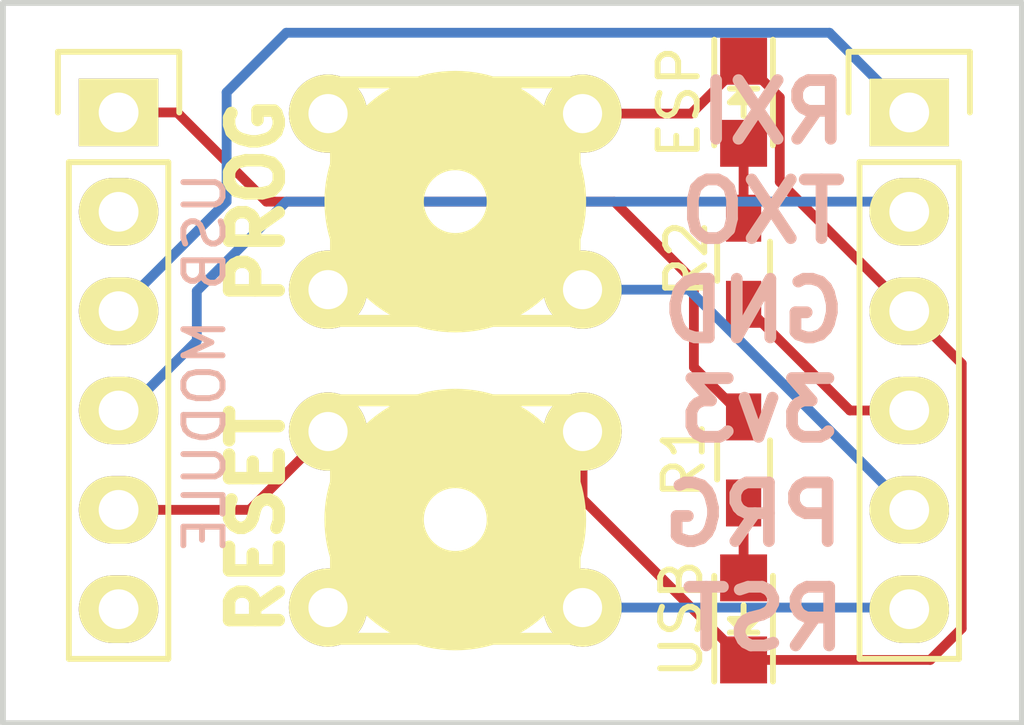
<source format=kicad_pcb>

(kicad_pcb
  (version 20171130)
  (host pcbnew "(5.1.12)-1")
  (general
    (thickness 1.6)
    (drawings 10)
    (tracks 42)
    (zones 0)
    (modules 8)
    (nets 12))
  (page A4)
  (layers
    (0 F.Cu signal)
    (31 B.Cu signal)
    (32 B.Adhes user hide)
    (33 F.Adhes user hide)
    (34 B.Paste user hide)
    (35 F.Paste user hide)
    (36 B.SilkS user hide)
    (37 F.SilkS user hide)
    (38 B.Mask user hide)
    (39 F.Mask user hide)
    (40 Dwgs.User user hide)
    (41 Cmts.User user hide)
    (42 Eco1.User user hide)
    (43 Eco2.User user hide)
    (44 Edge.Cuts user)
    (45 Margin user hide)
    (46 B.CrtYd user hide)
    (47 F.CrtYd user hide)
    (48 B.Fab user hide)
    (49 F.Fab user hide))
  (setup
    (last_trace_width 0.25)
    (trace_clearance 0.2)
    (zone_clearance 0.508)
    (zone_45_only no)
    (trace_min 0.2)
    (via_size 0.6)
    (via_drill 0.4)
    (via_min_size 0.4)
    (via_min_drill 0.3)
    (uvia_size 0.3)
    (uvia_drill 0.1)
    (uvias_allowed no)
    (uvia_min_size 0.2)
    (uvia_min_drill 0.1)
    (edge_width 0.15)
    (segment_width 0.2)
    (pcb_text_width 0.3)
    (pcb_text_size 1.5 1.5)
    (mod_edge_width 0.15)
    (mod_text_size 1 1)
    (mod_text_width 0.15)
    (pad_size 1.99898 1.99898)
    (pad_drill 1.00076)
    (pad_to_mask_clearance 0.2)
    (aux_axis_origin 0 0)
    (visible_elements 7FFFFFFF)
    (pcbplotparams
      (layerselection 0x010f0_80000001)
      (usegerberextensions true)
      (usegerberattributes true)
      (usegerberadvancedattributes true)
      (creategerberjobfile true)
      (excludeedgelayer true)
      (linewidth 0.1)
      (plotframeref false)
      (viasonmask false)
      (mode 1)
      (useauxorigin false)
      (hpglpennumber 1)
      (hpglpenspeed 20)
      (hpglpendiameter 15.0)
      (psnegative false)
      (psa4output false)
      (plotreference true)
      (plotvalue true)
      (plotinvisibletext false)
      (padsonsilk false)
      (subtractmaskfromsilk false)
      (outputformat 1)
      (mirror false)
      (drillshape 0)
      (scaleselection 1)
      (outputdirectory "")))
  (net 0 "")
  (net 1 "Net-(P1-Pad2)")
  (net 2 RXI)
  (net 3 TXO)
  (net 4 GND)
  (net 5 +5V)
  (net 6 "Net-(P2-Pad4)")
  (net 7 "Net-(P2-Pad6)")
  (net 8 "Net-(P2-Pad5)")
  (net 9 "Net-(D1-Pad2)")
  (net 10 "Net-(D2-Pad2)")
  (net 11 "Net-(P1-Pad1)")
  (net_class Default "This is the default net class."
    (clearance 0.2)
    (trace_width 0.25)
    (via_dia 0.6)
    (via_drill 0.4)
    (uvia_dia 0.3)
    (uvia_drill 0.1)
    (add_net +5V)
    (add_net GND)
    (add_net "Net-(D1-Pad2)")
    (add_net "Net-(D2-Pad2)")
    (add_net "Net-(P1-Pad1)")
    (add_net "Net-(P1-Pad2)")
    (add_net "Net-(P2-Pad4)")
    (add_net "Net-(P2-Pad5)")
    (add_net "Net-(P2-Pad6)")
    (add_net RXI)
    (add_net TXO))
  (module Pin_Headers:Pin_Header_Straight_1x06
    (layer F.Cu)
    (tedit 56399080)
    (tstamp 56397AF1)
    (at 134.4 40.9)
    (descr "Through hole pin header")
    (tags "pin header")
    (path /56224B75)
    (fp_text reference "USB MODULE"
      (at 2.2 6.4 90)
      (layer B.SilkS)
      (effects
        (font
          (size 1 1)
          (thickness 0.15))
        (justify mirror)))
    (fp_text value CONN_01X06
      (at 0 -3.1)
      (layer F.Fab)
      (effects
        (font
          (size 1 1)
          (thickness 0.15))))
    (fp_line
      (start -1.75 -1.75)
      (end -1.75 14.45)
      (layer F.CrtYd)
      (width 0.05))
    (fp_line
      (start 1.75 -1.75)
      (end 1.75 14.45)
      (layer F.CrtYd)
      (width 0.05))
    (fp_line
      (start -1.75 -1.75)
      (end 1.75 -1.75)
      (layer F.CrtYd)
      (width 0.05))
    (fp_line
      (start -1.75 14.45)
      (end 1.75 14.45)
      (layer F.CrtYd)
      (width 0.05))
    (fp_line
      (start 1.27 1.27)
      (end 1.27 13.97)
      (layer F.SilkS)
      (width 0.15))
    (fp_line
      (start 1.27 13.97)
      (end -1.27 13.97)
      (layer F.SilkS)
      (width 0.15))
    (fp_line
      (start -1.27 13.97)
      (end -1.27 1.27)
      (layer F.SilkS)
      (width 0.15))
    (fp_line
      (start 1.55 -1.55)
      (end 1.55 0)
      (layer F.SilkS)
      (width 0.15))
    (fp_line
      (start 1.27 1.27)
      (end -1.27 1.27)
      (layer F.SilkS)
      (width 0.15))
    (fp_line
      (start -1.55 0)
      (end -1.55 -1.55)
      (layer F.SilkS)
      (width 0.15))
    (fp_line
      (start -1.55 -1.55)
      (end 1.55 -1.55)
      (layer F.SilkS)
      (width 0.15))
    (pad 1 thru_hole rect
      (at 0 0)
      (size 2.032 1.7272)
      (drill 1.016)
      (layers *.Cu *.Mask F.SilkS)
      (net 11 "Net-(P1-Pad1)"))
    (pad 2 thru_hole oval
      (at 0 2.54)
      (size 2.032 1.7272)
      (drill 1.016)
      (layers *.Cu *.Mask F.SilkS)
      (net 1 "Net-(P1-Pad2)"))
    (pad 3 thru_hole oval
      (at 0 5.08)
      (size 2.032 1.7272)
      (drill 1.016)
      (layers *.Cu *.Mask F.SilkS)
      (net 2 RXI))
    (pad 4 thru_hole oval
      (at 0 7.62)
      (size 2.032 1.7272)
      (drill 1.016)
      (layers *.Cu *.Mask F.SilkS)
      (net 3 TXO))
    (pad 5 thru_hole oval
      (at 0 10.16)
      (size 2.032 1.7272)
      (drill 1.016)
      (layers *.Cu *.Mask F.SilkS)
      (net 4 GND))
    (pad 6 thru_hole oval
      (at 0 12.7)
      (size 2.032 1.7272)
      (drill 1.016)
      (layers *.Cu *.Mask F.SilkS)
      (net 5 +5V))
    (model Pin_Headers.3dshapes/Pin_Header_Straight_1x06.wrl
      (offset
        (xyz 0 -6.349999904632568 0))
      (scale
        (xyz 1 1 1))
      (rotate
        (xyz 0 0 90))))
  (module Pin_Headers:Pin_Header_Straight_1x06
    (layer F.Cu)
    (tedit 56397EAF)
    (tstamp 56397B06)
    (at 154.6 40.9)
    (descr "Through hole pin header")
    (tags "pin header")
    (path /56224BAA)
    (fp_text reference P2
      (at 0 -5.1)
      (layer F.SilkS) hide
      (effects
        (font
          (size 1 1)
          (thickness 0.15))))
    (fp_text value CONN_01X06
      (at 0 -3.1)
      (layer F.Fab)
      (effects
        (font
          (size 1 1)
          (thickness 0.15))))
    (fp_line
      (start -1.75 -1.75)
      (end -1.75 14.45)
      (layer F.CrtYd)
      (width 0.05))
    (fp_line
      (start 1.75 -1.75)
      (end 1.75 14.45)
      (layer F.CrtYd)
      (width 0.05))
    (fp_line
      (start -1.75 -1.75)
      (end 1.75 -1.75)
      (layer F.CrtYd)
      (width 0.05))
    (fp_line
      (start -1.75 14.45)
      (end 1.75 14.45)
      (layer F.CrtYd)
      (width 0.05))
    (fp_line
      (start 1.27 1.27)
      (end 1.27 13.97)
      (layer F.SilkS)
      (width 0.15))
    (fp_line
      (start 1.27 13.97)
      (end -1.27 13.97)
      (layer F.SilkS)
      (width 0.15))
    (fp_line
      (start -1.27 13.97)
      (end -1.27 1.27)
      (layer F.SilkS)
      (width 0.15))
    (fp_line
      (start 1.55 -1.55)
      (end 1.55 0)
      (layer F.SilkS)
      (width 0.15))
    (fp_line
      (start 1.27 1.27)
      (end -1.27 1.27)
      (layer F.SilkS)
      (width 0.15))
    (fp_line
      (start -1.55 0)
      (end -1.55 -1.55)
      (layer F.SilkS)
      (width 0.15))
    (fp_line
      (start -1.55 -1.55)
      (end 1.55 -1.55)
      (layer F.SilkS)
      (width 0.15))
    (pad 1 thru_hole rect
      (at 0 0)
      (size 2.032 1.7272)
      (drill 1.016)
      (layers *.Cu *.Mask F.SilkS)
      (net 2 RXI))
    (pad 2 thru_hole oval
      (at 0 2.54)
      (size 2.032 1.7272)
      (drill 1.016)
      (layers *.Cu *.Mask F.SilkS)
      (net 3 TXO))
    (pad 3 thru_hole oval
      (at 0 5.08)
      (size 2.032 1.7272)
      (drill 1.016)
      (layers *.Cu *.Mask F.SilkS)
      (net 4 GND))
    (pad 4 thru_hole oval
      (at 0 7.62)
      (size 2.032 1.7272)
      (drill 1.016)
      (layers *.Cu *.Mask F.SilkS)
      (net 6 "Net-(P2-Pad4)"))
    (pad 5 thru_hole oval
      (at 0 10.16)
      (size 2.032 1.7272)
      (drill 1.016)
      (layers *.Cu *.Mask F.SilkS)
      (net 8 "Net-(P2-Pad5)"))
    (pad 6 thru_hole oval
      (at 0 12.7)
      (size 2.032 1.7272)
      (drill 1.016)
      (layers *.Cu *.Mask F.SilkS)
      (net 7 "Net-(P2-Pad6)"))
    (model Pin_Headers.3dshapes/Pin_Header_Straight_1x06.wrl
      (offset
        (xyz 0 -6.349999904632568 0))
      (scale
        (xyz 1 1 1))
      (rotate
        (xyz 0 0 90))))
  (module w_switch:PCB_PUSH
    (layer F.Cu)
    (tedit 5639854C)
    (tstamp 56397B20)
    (at 143.002 51.308 90)
    (descr "PCB pushbutton, Tyco FSM6x6 series")
    (tags pushbutton)
    (path /56224D83)
    (fp_text reference RESET
      (at 0 -5.08 90)
      (layer F.SilkS)
      (effects
        (font
          (size 1.27 1.27)
          (thickness 0.3175))))
    (fp_text value SW_PUSH
      (at 0 5.588 90)
      (layer F.SilkS) hide
      (effects
        (font
          (size 1.27 1.27)
          (thickness 0.254))))
    (fp_line
      (start -3.048 -3.048)
      (end 3.048 -3.048)
      (layer F.SilkS)
      (width 0.3048))
    (fp_line
      (start 3.048 -3.048)
      (end 3.048 3.048)
      (layer F.SilkS)
      (width 0.3048))
    (fp_line
      (start 3.048 3.048)
      (end -3.048 3.048)
      (layer F.SilkS)
      (width 0.3048))
    (fp_line
      (start -3.048 3.048)
      (end -3.048 -3.048)
      (layer F.SilkS)
      (width 0.3048))
    (fp_circle
      (center 0 0)
      (end -0.762 0.254)
      (layer F.SilkS)
      (width 2.54))
    (pad 1 thru_hole circle
      (at -2.25044 -3.2512 90)
      (size 1.99898 1.99898)
      (drill 1.00076)
      (layers *.Cu *.Mask F.SilkS))
    (pad 2 thru_hole circle
      (at 2.25044 3.2512 90)
      (size 1.99898 1.99898)
      (drill 1.00076)
      (layers *.Cu *.Mask F.SilkS)
      (net 4 GND))
    (pad 4 thru_hole circle
      (at 2.25044 -3.2512 90)
      (size 1.99898 1.99898)
      (drill 1.00076)
      (layers *.Cu *.Mask F.SilkS)
      (net 4 GND))
    (pad 3 thru_hole circle
      (at -2.25044 3.2512 90)
      (size 1.99898 1.99898)
      (drill 1.00076)
      (layers *.Cu *.Mask F.SilkS)
      (net 7 "Net-(P2-Pad6)"))
    (model walter/switch/pcb_push.wrl
      (at
        (xyz 0 0 0))
      (scale
        (xyz 1 1 1))
      (rotate
        (xyz 0 0 0))))
  (module w_switch:PCB_PUSH
    (layer F.Cu)
    (tedit 56398543)
    (tstamp 56397B13)
    (at 143.002 43.18 90)
    (descr "PCB pushbutton, Tyco FSM6x6 series")
    (tags pushbutton)
    (path /56224D59)
    (fp_text reference PROG
      (at 0 -5.08 90)
      (layer F.SilkS)
      (effects
        (font
          (size 1.27 1.27)
          (thickness 0.3175))))
    (fp_text value SW_PUSH
      (at 0 5.588 90)
      (layer F.SilkS) hide
      (effects
        (font
          (size 1.27 1.27)
          (thickness 0.254))))
    (fp_line
      (start -3.048 -3.048)
      (end 3.048 -3.048)
      (layer F.SilkS)
      (width 0.3048))
    (fp_line
      (start 3.048 -3.048)
      (end 3.048 3.048)
      (layer F.SilkS)
      (width 0.3048))
    (fp_line
      (start 3.048 3.048)
      (end -3.048 3.048)
      (layer F.SilkS)
      (width 0.3048))
    (fp_line
      (start -3.048 3.048)
      (end -3.048 -3.048)
      (layer F.SilkS)
      (width 0.3048))
    (fp_circle
      (center 0 0)
      (end -0.762 0.254)
      (layer F.SilkS)
      (width 2.54))
    (pad 1 thru_hole circle
      (at -2.25044 -3.2512 90)
      (size 1.99898 1.99898)
      (drill 1.00076)
      (layers *.Cu *.Mask F.SilkS))
    (pad 2 thru_hole circle
      (at 2.25044 3.2512 90)
      (size 1.99898 1.99898)
      (drill 1.00076)
      (layers *.Cu *.Mask F.SilkS)
      (net 4 GND))
    (pad 4 thru_hole circle
      (at 2.25044 -3.2512 90)
      (size 1.99898 1.99898)
      (drill 1.00076)
      (layers *.Cu *.Mask F.SilkS)
      (net 4 GND))
    (pad 3 thru_hole circle
      (at -2.25044 3.2512 90)
      (size 1.99898 1.99898)
      (drill 1.00076)
      (layers *.Cu *.Mask F.SilkS)
      (net 8 "Net-(P2-Pad5)"))
    (model walter/switch/pcb_push.wrl
      (at
        (xyz 0 0 0))
      (scale
        (xyz 1 1 1))
      (rotate
        (xyz 0 0 0))))
  (module LEDs:LED-0805
    (layer F.Cu)
    (tedit 563986C7)
    (tstamp 563D2C96)
    (at 150.368 53.848 90)
    (descr "LED 0805 smd package")
    (tags "LED 0805 SMD")
    (path /563980D8)
    (attr smd)
    (fp_text reference USB
      (at 0 -1.5875 90)
      (layer F.SilkS)
      (effects
        (font
          (size 1 1)
          (thickness 0.15))))
    (fp_text value USB
      (at 0 1.75 90)
      (layer F.Fab)
      (effects
        (font
          (size 1 1)
          (thickness 0.15))))
    (fp_line
      (start -1.6 0.75)
      (end 1.1 0.75)
      (layer F.SilkS)
      (width 0.15))
    (fp_line
      (start -1.6 -0.75)
      (end 1.1 -0.75)
      (layer F.SilkS)
      (width 0.15))
    (fp_line
      (start -0.1 0.15)
      (end -0.1 -0.1)
      (layer F.SilkS)
      (width 0.15))
    (fp_line
      (start -0.1 -0.1)
      (end -0.25 0.05)
      (layer F.SilkS)
      (width 0.15))
    (fp_line
      (start -0.35 -0.35)
      (end -0.35 0.35)
      (layer F.SilkS)
      (width 0.15))
    (fp_line
      (start 0 0)
      (end 0.35 0)
      (layer F.SilkS)
      (width 0.15))
    (fp_line
      (start -0.35 0)
      (end 0 -0.35)
      (layer F.SilkS)
      (width 0.15))
    (fp_line
      (start 0 -0.35)
      (end 0 0.35)
      (layer F.SilkS)
      (width 0.15))
    (fp_line
      (start 0 0.35)
      (end -0.35 0)
      (layer F.SilkS)
      (width 0.15))
    (fp_line
      (start 1.9 -0.95)
      (end 1.9 0.95)
      (layer F.CrtYd)
      (width 0.05))
    (fp_line
      (start 1.9 0.95)
      (end -1.9 0.95)
      (layer F.CrtYd)
      (width 0.05))
    (fp_line
      (start -1.9 0.95)
      (end -1.9 -0.95)
      (layer F.CrtYd)
      (width 0.05))
    (fp_line
      (start -1.9 -0.95)
      (end 1.9 -0.95)
      (layer F.CrtYd)
      (width 0.05))
    (pad 2 smd rect
      (at 1.04902 0 270)
      (size 1.19888 1.19888)
      (layers F.Cu F.Paste F.Mask)
      (net 9 "Net-(D1-Pad2)"))
    (pad 1 smd rect
      (at -1.04902 0 270)
      (size 1.19888 1.19888)
      (layers F.Cu F.Paste F.Mask)
      (net 4 GND))
    (model LEDs.3dshapes/LED-0805.wrl
      (at
        (xyz 0 0 0))
      (scale
        (xyz 1 1 1))
      (rotate
        (xyz 0 0 0))))
  (module LEDs:LED-0805
    (layer F.Cu)
    (tedit 563986CF)
    (tstamp 563D2CA9)
    (at 150.368 40.64 270)
    (descr "LED 0805 smd package")
    (tags "LED 0805 SMD")
    (path /56398144)
    (attr smd)
    (fp_text reference ESP
      (at 0 1.651 270)
      (layer F.SilkS)
      (effects
        (font
          (size 1 1)
          (thickness 0.15))))
    (fp_text value ESP
      (at 0 1.75 270)
      (layer F.Fab)
      (effects
        (font
          (size 1 1)
          (thickness 0.15))))
    (fp_line
      (start -1.6 0.75)
      (end 1.1 0.75)
      (layer F.SilkS)
      (width 0.15))
    (fp_line
      (start -1.6 -0.75)
      (end 1.1 -0.75)
      (layer F.SilkS)
      (width 0.15))
    (fp_line
      (start -0.1 0.15)
      (end -0.1 -0.1)
      (layer F.SilkS)
      (width 0.15))
    (fp_line
      (start -0.1 -0.1)
      (end -0.25 0.05)
      (layer F.SilkS)
      (width 0.15))
    (fp_line
      (start -0.35 -0.35)
      (end -0.35 0.35)
      (layer F.SilkS)
      (width 0.15))
    (fp_line
      (start 0 0)
      (end 0.35 0)
      (layer F.SilkS)
      (width 0.15))
    (fp_line
      (start -0.35 0)
      (end 0 -0.35)
      (layer F.SilkS)
      (width 0.15))
    (fp_line
      (start 0 -0.35)
      (end 0 0.35)
      (layer F.SilkS)
      (width 0.15))
    (fp_line
      (start 0 0.35)
      (end -0.35 0)
      (layer F.SilkS)
      (width 0.15))
    (fp_line
      (start 1.9 -0.95)
      (end 1.9 0.95)
      (layer F.CrtYd)
      (width 0.05))
    (fp_line
      (start 1.9 0.95)
      (end -1.9 0.95)
      (layer F.CrtYd)
      (width 0.05))
    (fp_line
      (start -1.9 0.95)
      (end -1.9 -0.95)
      (layer F.CrtYd)
      (width 0.05))
    (fp_line
      (start -1.9 -0.95)
      (end 1.9 -0.95)
      (layer F.CrtYd)
      (width 0.05))
    (pad 2 smd rect
      (at 1.04902 0 90)
      (size 1.19888 1.19888)
      (layers F.Cu F.Paste F.Mask)
      (net 10 "Net-(D2-Pad2)"))
    (pad 1 smd rect
      (at -1.04902 0 90)
      (size 1.19888 1.19888)
      (layers F.Cu F.Paste F.Mask)
      (net 4 GND))
    (model LEDs.3dshapes/LED-0805.wrl
      (at
        (xyz 0 0 0))
      (scale
        (xyz 1 1 1))
      (rotate
        (xyz 0 0 0))))
  (module Resistors_SMD:R_0603_HandSoldering
    (layer F.Cu)
    (tedit 563983F9)
    (tstamp 563D2CB5)
    (at 150.368 49.784 90)
    (descr "Resistor SMD 0603, hand soldering")
    (tags "resistor 0603")
    (path /56397FCC)
    (attr smd)
    (fp_text reference R1
      (at 0 -1.524 90)
      (layer F.SilkS)
      (effects
        (font
          (size 1 1)
          (thickness 0.15))))
    (fp_text value "100 ohm"
      (at 0 1.9 90)
      (layer F.Fab)
      (effects
        (font
          (size 1 1)
          (thickness 0.15))))
    (fp_line
      (start -2 -0.8)
      (end 2 -0.8)
      (layer F.CrtYd)
      (width 0.05))
    (fp_line
      (start -2 0.8)
      (end 2 0.8)
      (layer F.CrtYd)
      (width 0.05))
    (fp_line
      (start -2 -0.8)
      (end -2 0.8)
      (layer F.CrtYd)
      (width 0.05))
    (fp_line
      (start 2 -0.8)
      (end 2 0.8)
      (layer F.CrtYd)
      (width 0.05))
    (fp_line
      (start 0.5 0.675)
      (end -0.5 0.675)
      (layer F.SilkS)
      (width 0.15))
    (fp_line
      (start -0.5 -0.675)
      (end 0.5 -0.675)
      (layer F.SilkS)
      (width 0.15))
    (pad 1 smd rect
      (at -1.1 0 90)
      (size 1.2 0.9)
      (layers F.Cu F.Paste F.Mask)
      (net 9 "Net-(D1-Pad2)"))
    (pad 2 smd rect
      (at 1.1 0 90)
      (size 1.2 0.9)
      (layers F.Cu F.Paste F.Mask)
      (net 11 "Net-(P1-Pad1)"))
    (model Resistors_SMD.3dshapes/R_0603_HandSoldering.wrl
      (at
        (xyz 0 0 0))
      (scale
        (xyz 1 1 1))
      (rotate
        (xyz 0 0 0))))
  (module Resistors_SMD:R_0603_HandSoldering
    (layer F.Cu)
    (tedit 563983F7)
    (tstamp 563D2CC1)
    (at 150.368 44.704 270)
    (descr "Resistor SMD 0603, hand soldering")
    (tags "resistor 0603")
    (path /5639801C)
    (attr smd)
    (fp_text reference R2
      (at -0.0635 1.4605 270)
      (layer F.SilkS)
      (effects
        (font
          (size 1 1)
          (thickness 0.15))))
    (fp_text value "100 ohm"
      (at 0 1.9 270)
      (layer F.Fab)
      (effects
        (font
          (size 1 1)
          (thickness 0.15))))
    (fp_line
      (start -2 -0.8)
      (end 2 -0.8)
      (layer F.CrtYd)
      (width 0.05))
    (fp_line
      (start -2 0.8)
      (end 2 0.8)
      (layer F.CrtYd)
      (width 0.05))
    (fp_line
      (start -2 -0.8)
      (end -2 0.8)
      (layer F.CrtYd)
      (width 0.05))
    (fp_line
      (start 2 -0.8)
      (end 2 0.8)
      (layer F.CrtYd)
      (width 0.05))
    (fp_line
      (start 0.5 0.675)
      (end -0.5 0.675)
      (layer F.SilkS)
      (width 0.15))
    (fp_line
      (start -0.5 -0.675)
      (end 0.5 -0.675)
      (layer F.SilkS)
      (width 0.15))
    (pad 1 smd rect
      (at -1.1 0 270)
      (size 1.2 0.9)
      (layers F.Cu F.Paste F.Mask)
      (net 10 "Net-(D2-Pad2)"))
    (pad 2 smd rect
      (at 1.1 0 270)
      (size 1.2 0.9)
      (layers F.Cu F.Paste F.Mask)
      (net 6 "Net-(P2-Pad4)"))
    (model Resistors_SMD.3dshapes/R_0603_HandSoldering.wrl
      (at
        (xyz 0 0 0))
      (scale
        (xyz 1 1 1))
      (rotate
        (xyz 0 0 0))))
  (gr_line
    (start 131.445 56.515)
    (end 131.445 38.1)
    (angle 90)
    (layer Edge.Cuts)
    (width 0.15))
  (gr_line
    (start 157.48 56.515)
    (end 131.445 56.515)
    (angle 90)
    (layer Edge.Cuts)
    (width 0.15))
  (gr_line
    (start 157.48 38.1)
    (end 157.48 56.515)
    (angle 90)
    (layer Edge.Cuts)
    (width 0.15))
  (gr_line
    (start 131.445 38.1)
    (end 157.48 38.1)
    (angle 90)
    (layer Edge.Cuts)
    (width 0.15))
  (gr_text RST
    (at 150.876 53.848)
    (layer B.SilkS)
    (effects
      (font
        (size 1.5 1.5)
        (thickness 0.3))
      (justify mirror)))
  (gr_text 3v3
    (at 150.749 48.514)
    (layer B.SilkS)
    (effects
      (font
        (size 1.5 1.5)
        (thickness 0.3))
      (justify mirror)))
  (gr_text PRG
    (at 150.622 51.181)
    (layer B.SilkS)
    (effects
      (font
        (size 1.5 1.5)
        (thickness 0.3))
      (justify mirror)))
  (gr_text GND
    (at 150.622 45.974)
    (layer B.SilkS)
    (effects
      (font
        (size 1.5 1.5)
        (thickness 0.3))
      (justify mirror)))
  (gr_text TXO
    (at 148.59 43.434)
    (layer B.SilkS)
    (effects
      (font
        (size 1.5 1.5)
        (thickness 0.3))
      (justify right mirror)))
  (gr_text RXI
    (at 151.13 40.894)
    (layer B.SilkS)
    (effects
      (font
        (size 1.5 1.5)
        (thickness 0.3))
      (justify mirror)))
  (segment
    (start 134.4 45.98)
    (end 134.4 45.94)
    (width 0.25)
    (layer B.Cu)
    (net 2))
  (segment
    (start 134.4 45.94)
    (end 137.16 43.18)
    (width 0.25)
    (layer B.Cu)
    (net 2)
    (tstamp 563D30DD))
  (segment
    (start 137.16 43.18)
    (end 137.16 40.386)
    (width 0.25)
    (layer B.Cu)
    (net 2)
    (tstamp 563D30DE))
  (segment
    (start 137.16 40.386)
    (end 138.684 38.862)
    (width 0.25)
    (layer B.Cu)
    (net 2)
    (tstamp 563D30E0))
  (segment
    (start 138.684 38.862)
    (end 152.562 38.862)
    (width 0.25)
    (layer B.Cu)
    (net 2)
    (tstamp 563D30E2))
  (segment
    (start 152.562 38.862)
    (end 154.6 40.9)
    (width 0.25)
    (layer B.Cu)
    (net 2)
    (tstamp 563D30E4))
  (segment
    (start 134.4 48.52)
    (end 134.614 48.52)
    (width 0.25)
    (layer B.Cu)
    (net 3))
  (segment
    (start 134.614 48.52)
    (end 136.398 46.736)
    (width 0.25)
    (layer B.Cu)
    (net 3)
    (tstamp 563D30E8))
  (segment
    (start 136.398 46.736)
    (end 136.398 45.466)
    (width 0.25)
    (layer B.Cu)
    (net 3)
    (tstamp 563D30E9))
  (segment
    (start 136.398 45.466)
    (end 138.684 43.18)
    (width 0.25)
    (layer B.Cu)
    (net 3)
    (tstamp 563D30EB))
  (segment
    (start 138.684 43.18)
    (end 154.34 43.18)
    (width 0.25)
    (layer B.Cu)
    (net 3)
    (tstamp 563D30ED))
  (segment
    (start 154.34 43.18)
    (end 154.6 43.44)
    (width 0.25)
    (layer B.Cu)
    (net 3)
    (tstamp 563D30EF))
  (segment
    (start 137.74836 51.06)
    (end 139.7508 49.05756)
    (width 0.25)
    (layer F.Cu)
    (net 4))
  (segment
    (start 134.4 51.06)
    (end 137.74836 51.06)
    (width 0.25)
    (layer F.Cu)
    (net 4))
  (segment
    (start 146.2532 50.78222)
    (end 150.368 54.89702)
    (width 0.25)
    (layer F.Cu)
    (net 4))
  (segment
    (start 146.2532 49.05756)
    (end 146.2532 50.78222)
    (width 0.25)
    (layer F.Cu)
    (net 4))
  (segment
    (start 149.02942 40.92956)
    (end 150.368 39.59098)
    (width 0.25)
    (layer F.Cu)
    (net 4))
  (segment
    (start 146.2532 40.92956)
    (end 149.02942 40.92956)
    (width 0.25)
    (layer F.Cu)
    (net 4))
  (segment
    (start 151.292441 42.672441)
    (end 154.6 45.98)
    (width 0.25)
    (layer F.Cu)
    (net 4))
  (segment
    (start 151.292441 40.515421)
    (end 151.292441 42.672441)
    (width 0.25)
    (layer F.Cu)
    (net 4))
  (segment
    (start 150.368 39.59098)
    (end 151.292441 40.515421)
    (width 0.25)
    (layer F.Cu)
    (net 4))
  (segment
    (start 139.7508 40.92956)
    (end 146.2532 40.92956)
    (width 0.25)
    (layer F.Cu)
    (net 4))
  (segment
    (start 146.2532 49.05756)
    (end 139.7508 49.05756)
    (width 0.25)
    (layer F.Cu)
    (net 4))
  (segment
    (start 155.94101 47.32101)
    (end 154.6 45.98)
    (width 0.25)
    (layer F.Cu)
    (net 4))
  (segment
    (start 155.136328 54.89702)
    (end 155.94101 54.092338)
    (width 0.25)
    (layer F.Cu)
    (net 4))
  (segment
    (start 155.94101 54.092338)
    (end 155.94101 47.32101)
    (width 0.25)
    (layer F.Cu)
    (net 4))
  (segment
    (start 150.368 54.89702)
    (end 155.136328 54.89702)
    (width 0.25)
    (layer F.Cu)
    (net 4))
  (segment
    (start 154.6 48.52)
    (end 153.084 48.52)
    (width 0.25)
    (layer F.Cu)
    (net 6))
  (segment
    (start 153.084 48.52)
    (end 150.368 45.804)
    (width 0.25)
    (layer F.Cu)
    (net 6)
    (tstamp 563D30BA))
  (segment
    (start 146.2532 53.55844)
    (end 154.55844 53.55844)
    (width 0.25)
    (layer B.Cu)
    (net 7))
  (segment
    (start 154.55844 53.55844)
    (end 154.6 53.6)
    (width 0.25)
    (layer B.Cu)
    (net 7)
    (tstamp 563D30F4))
  (segment
    (start 146.54276 53.848)
    (end 146.2532 53.55844)
    (width 0.25)
    (layer F.Cu)
    (net 7)
    (tstamp 563D30C1))
  (segment
    (start 146.2532 45.43044)
    (end 148.97044 45.43044)
    (width 0.25)
    (layer B.Cu)
    (net 8))
  (segment
    (start 148.97044 45.43044)
    (end 154.6 51.06)
    (width 0.25)
    (layer B.Cu)
    (net 8)
    (tstamp 563D30D9))
  (segment
    (start 150.368 50.884)
    (end 150.368 52.79898)
    (width 0.25)
    (layer F.Cu)
    (net 9))
  (segment
    (start 150.368 41.68902)
    (end 150.368 43.604)
    (width 0.25)
    (layer F.Cu)
    (net 10))
  (segment
    (start 134.4 40.9)
    (end 135.896 40.9)
    (width 0.25)
    (layer F.Cu)
    (net 11))
  (segment
    (start 149.098 47.414)
    (end 150.368 48.684)
    (width 0.25)
    (layer F.Cu)
    (net 11)
    (tstamp 563D30D5))
  (segment
    (start 149.098 45.212)
    (end 149.098 47.414)
    (width 0.25)
    (layer F.Cu)
    (net 11)
    (tstamp 563D30D3))
  (segment
    (start 147.066 43.18)
    (end 149.098 45.212)
    (width 0.25)
    (layer F.Cu)
    (net 11)
    (tstamp 563D30D1))
  (segment
    (start 138.176 43.18)
    (end 147.066 43.18)
    (width 0.25)
    (layer F.Cu)
    (net 11)
    (tstamp 563D30CF))
  (segment
    (start 135.896 40.9)
    (end 138.176 43.18)
    (width 0.25)
    (layer F.Cu)
    (net 11)
    (tstamp 563D30CD)))
</source>
